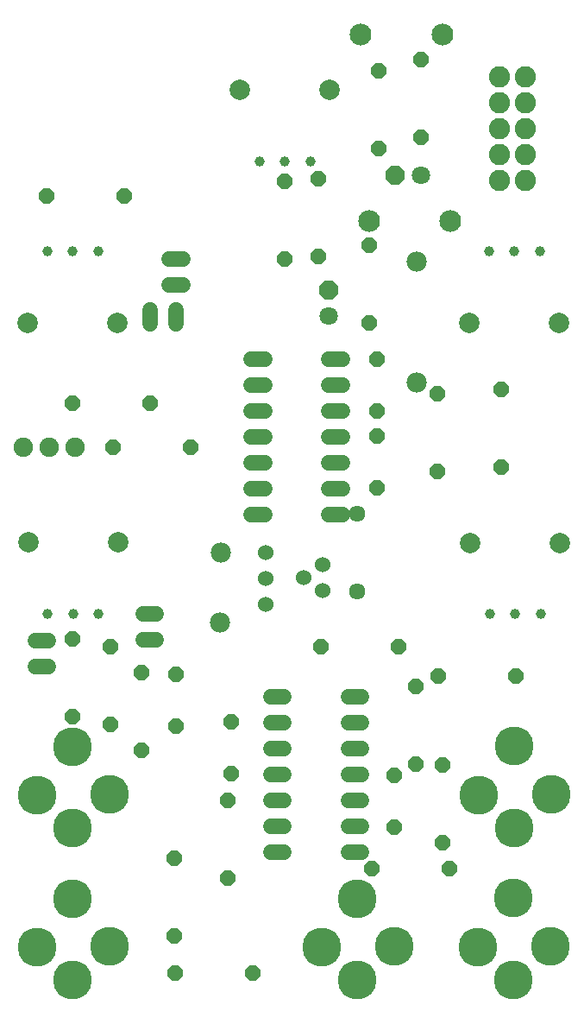
<source format=gbr>
G04 EAGLE Gerber RS-274X export*
G75*
%MOMM*%
%FSLAX34Y34*%
%LPD*%
%INSoldermask Top*%
%IPPOS*%
%AMOC8*
5,1,8,0,0,1.08239X$1,22.5*%
G01*
G04 Define Apertures*
%ADD10P,1.64956X8X292.5*%
%ADD11C,1.611200*%
%ADD12C,1.524000*%
%ADD13C,2.082800*%
%ADD14C,1.524000*%
%ADD15P,1.64956X8X112.5*%
%ADD16P,1.64956X8X22.5*%
%ADD17P,1.64956X8X202.5*%
%ADD18C,1.903200*%
%ADD19C,2.000000*%
%ADD20C,1.000000*%
%ADD21P,1.95198X8X112.5*%
%ADD22C,1.803400*%
%ADD23P,1.95198X8X202.5*%
%ADD24C,2.133600*%
%ADD25C,3.819200*%
%ADD26C,1.981200*%
D10*
X400812Y574802D03*
X400812Y524002D03*
X257556Y294712D03*
X257556Y243912D03*
D11*
X381000Y498602D03*
X381000Y422402D03*
D12*
X385566Y167132D02*
X372358Y167132D01*
X372358Y192532D02*
X385566Y192532D01*
X385566Y319532D02*
X372358Y319532D01*
X309366Y319532D02*
X296158Y319532D01*
X372358Y217932D02*
X385566Y217932D01*
X385566Y243332D02*
X372358Y243332D01*
X372358Y294132D02*
X385566Y294132D01*
X385566Y268732D02*
X372358Y268732D01*
X309366Y294132D02*
X296158Y294132D01*
X296158Y268732D02*
X309366Y268732D01*
X309366Y243332D02*
X296158Y243332D01*
X296158Y217932D02*
X309366Y217932D01*
X309366Y192532D02*
X296158Y192532D01*
X296158Y167132D02*
X309366Y167132D01*
X290062Y650748D02*
X276854Y650748D01*
X276854Y625348D02*
X290062Y625348D01*
X290062Y498348D02*
X276854Y498348D01*
X353054Y498348D02*
X366262Y498348D01*
X290062Y599948D02*
X276854Y599948D01*
X276854Y574548D02*
X290062Y574548D01*
X290062Y523748D02*
X276854Y523748D01*
X276854Y549148D02*
X290062Y549148D01*
X353054Y523748D02*
X366262Y523748D01*
X366262Y549148D02*
X353054Y549148D01*
X353054Y574548D02*
X366262Y574548D01*
X366262Y599948D02*
X353054Y599948D01*
X353054Y625348D02*
X366262Y625348D01*
X366262Y650748D02*
X353054Y650748D01*
D13*
X546100Y927100D03*
X520700Y927100D03*
X546100Y901700D03*
X520700Y901700D03*
X546100Y876300D03*
X520700Y876300D03*
X546100Y850900D03*
X520700Y850900D03*
X546100Y825500D03*
X520700Y825500D03*
D14*
X291084Y410210D03*
X291084Y435610D03*
X291084Y461010D03*
X347218Y448818D03*
X328168Y436118D03*
X347218Y423418D03*
D10*
X402082Y933450D03*
X402082Y857250D03*
D15*
X254000Y141732D03*
X254000Y217932D03*
D10*
X169672Y342646D03*
X169672Y266446D03*
X201748Y161033D03*
X201748Y84833D03*
D16*
X202438Y48514D03*
X278638Y48514D03*
D15*
X521970Y544576D03*
X521970Y620776D03*
X465072Y176278D03*
X465072Y252478D03*
D16*
X460248Y339790D03*
X536448Y339790D03*
D10*
X459740Y616458D03*
X459740Y540258D03*
X438404Y329184D03*
X438404Y252984D03*
D16*
X395478Y150876D03*
X471678Y150876D03*
D15*
X342900Y751332D03*
X342900Y827532D03*
D17*
X152400Y810260D03*
X76200Y810260D03*
D10*
X310134Y824992D03*
X310134Y748792D03*
D16*
X101600Y607314D03*
X177800Y607314D03*
D15*
X138938Y292608D03*
X138938Y368808D03*
X101600Y299974D03*
X101600Y376174D03*
D16*
X141738Y563626D03*
X217938Y563626D03*
D18*
X104394Y564134D03*
X78994Y564134D03*
X53594Y564134D03*
D16*
X345186Y368808D03*
X421386Y368808D03*
D19*
X354134Y914400D03*
X266134Y914400D03*
D20*
X335134Y844400D03*
X310134Y844400D03*
X285134Y844400D03*
D19*
X57600Y685800D03*
X145600Y685800D03*
D20*
X76600Y755800D03*
X101600Y755800D03*
X126600Y755800D03*
D19*
X146108Y470662D03*
X58108Y470662D03*
D20*
X127108Y400662D03*
X102108Y400662D03*
X77108Y400662D03*
D19*
X491178Y685800D03*
X579178Y685800D03*
D20*
X510178Y755800D03*
X535178Y755800D03*
X560178Y755800D03*
D19*
X579940Y470408D03*
X491940Y470408D03*
D20*
X560940Y400408D03*
X535940Y400408D03*
X510940Y400408D03*
D12*
X209804Y748792D02*
X196596Y748792D01*
X196596Y723392D02*
X209804Y723392D01*
X178054Y698246D02*
X178054Y685038D01*
X203454Y685038D02*
X203454Y698246D01*
X183896Y375412D02*
X170688Y375412D01*
X170688Y400812D02*
X183896Y400812D01*
X78232Y348996D02*
X65024Y348996D01*
X65024Y374396D02*
X78232Y374396D01*
D21*
X353060Y717804D03*
D22*
X353060Y692404D03*
D23*
X418084Y830834D03*
D22*
X443484Y830834D03*
D10*
X417068Y242570D03*
X417068Y191770D03*
X203200Y341630D03*
X203200Y290830D03*
X400304Y650748D03*
X400304Y599948D03*
D24*
X464688Y968502D03*
X384688Y968502D03*
X392726Y786040D03*
X472726Y786040D03*
D25*
X137600Y74440D03*
X101600Y41440D03*
X66600Y73440D03*
X101600Y121440D03*
X137600Y223600D03*
X101600Y190600D03*
X66600Y222600D03*
X101600Y270600D03*
X571432Y223854D03*
X535432Y190854D03*
X500432Y222854D03*
X535432Y270854D03*
X417000Y74440D03*
X381000Y41440D03*
X346000Y73440D03*
X381000Y121440D03*
X570416Y74948D03*
X534416Y41948D03*
X499416Y73948D03*
X534416Y121948D03*
D10*
X443738Y944118D03*
X443738Y867918D03*
X392684Y762254D03*
X392684Y686054D03*
D26*
X439166Y627888D03*
X439420Y745998D03*
X247142Y461010D03*
X246380Y392176D03*
M02*

</source>
